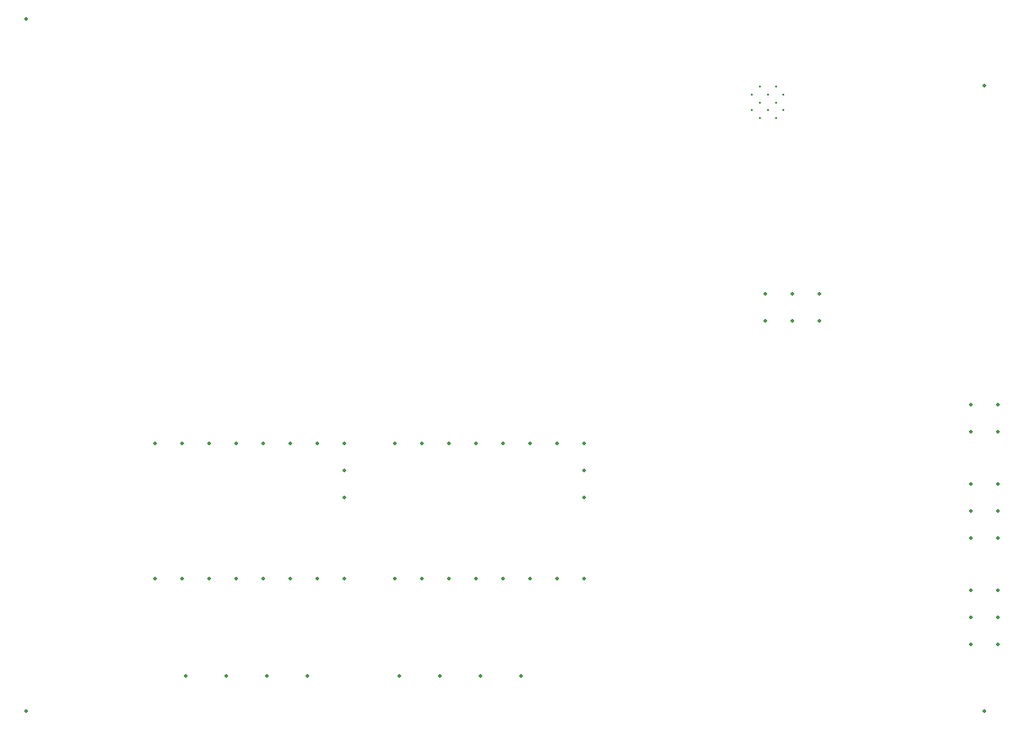
<source format=gbo>
%TF.GenerationSoftware,KiCad,Pcbnew,8.0.2*%
%TF.CreationDate,2025-04-15T08:32:21+02:00*%
%TF.ProjectId,Mainboard,4d61696e-626f-4617-9264-2e6b69636164,v1.0*%
%TF.SameCoordinates,Original*%
%TF.FileFunction,Legend,Bot*%
%TF.FilePolarity,Positive*%
%FSLAX46Y46*%
G04 Gerber Fmt 4.6, Leading zero omitted, Abs format (unit mm)*
G04 Created by KiCad (PCBNEW 8.0.2) date 2025-04-15 08:32:21*
%MOMM*%
%LPD*%
G01*
G04 APERTURE LIST*
%ADD10C,0.350000*%
%ADD11C,0.200000*%
G04 APERTURE END LIST*
D10*
X112646000Y-130370000D03*
X116456000Y-130370000D03*
X120266000Y-130370000D03*
X124076000Y-130370000D03*
X97646000Y-133620000D03*
X132646000Y-130370000D03*
X136456000Y-130370000D03*
X140266000Y-130370000D03*
X144076000Y-130370000D03*
X186371000Y-104870000D03*
X188911000Y-104870000D03*
X186371000Y-107410000D03*
X188911000Y-107410000D03*
X186371000Y-112345000D03*
X188911000Y-112345000D03*
X186371000Y-114885000D03*
X188911000Y-114885000D03*
X186371000Y-117425000D03*
X188911000Y-117425000D03*
X187646000Y-133620000D03*
D11*
X165786000Y-75710000D03*
X165786000Y-77210000D03*
X166536000Y-74960000D03*
X166536000Y-76460000D03*
X166536000Y-77960000D03*
X167286000Y-75710000D03*
X167286000Y-77210000D03*
X168036000Y-74960000D03*
X168036000Y-76460000D03*
X168036000Y-77960000D03*
X168786000Y-75710000D03*
X168786000Y-77210000D03*
D10*
X109756000Y-121220000D03*
X112296000Y-121220000D03*
X114836000Y-121220000D03*
X117376000Y-121220000D03*
X119916000Y-121220000D03*
X122456000Y-121220000D03*
X124996000Y-121220000D03*
X127536000Y-121220000D03*
X109756000Y-108520000D03*
X112296000Y-108520000D03*
X114836000Y-108520000D03*
X117376000Y-108520000D03*
X119916000Y-108520000D03*
X122456000Y-108520000D03*
X124996000Y-108520000D03*
X127536000Y-108520000D03*
X127536000Y-113600000D03*
X127536000Y-111060000D03*
X187646000Y-74870000D03*
X97646000Y-68620000D03*
X132256000Y-121220000D03*
X134796000Y-121220000D03*
X137336000Y-121220000D03*
X139876000Y-121220000D03*
X142416000Y-121220000D03*
X144956000Y-121220000D03*
X147496000Y-121220000D03*
X150036000Y-121220000D03*
X132256000Y-108520000D03*
X134796000Y-108520000D03*
X137336000Y-108520000D03*
X139876000Y-108520000D03*
X142416000Y-108520000D03*
X144956000Y-108520000D03*
X147496000Y-108520000D03*
X150036000Y-108520000D03*
X150036000Y-113600000D03*
X150036000Y-111060000D03*
X186371000Y-122345000D03*
X188911000Y-122345000D03*
X186371000Y-124885000D03*
X188911000Y-124885000D03*
X186371000Y-127425000D03*
X188911000Y-127425000D03*
X172139000Y-94491000D03*
X172139000Y-97031000D03*
X169599000Y-94491000D03*
X169599000Y-97031000D03*
X167059000Y-94491000D03*
X167059000Y-97031000D03*
M02*

</source>
